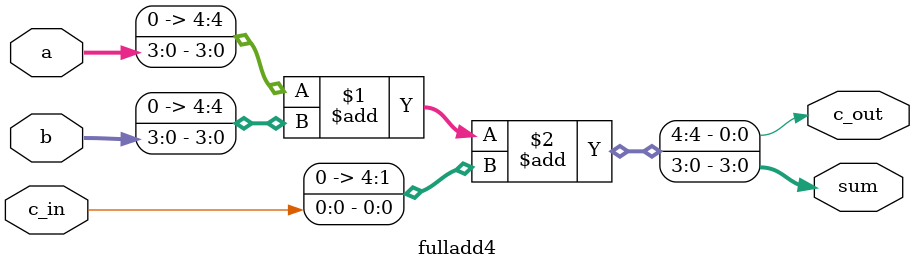
<source format=v>
module fulladd4 (
	sum, 
	c_out, 
	a, 
	b, 
	c_in
);

output [3:0] sum;   
output        c_out;
input  [3:0] a;
input  [3:0] b;     
input         c_in;

assign {c_out,sum} = {1'b0,a} + {1'b0,b} + {4'h0,c_in};

endmodule


</source>
